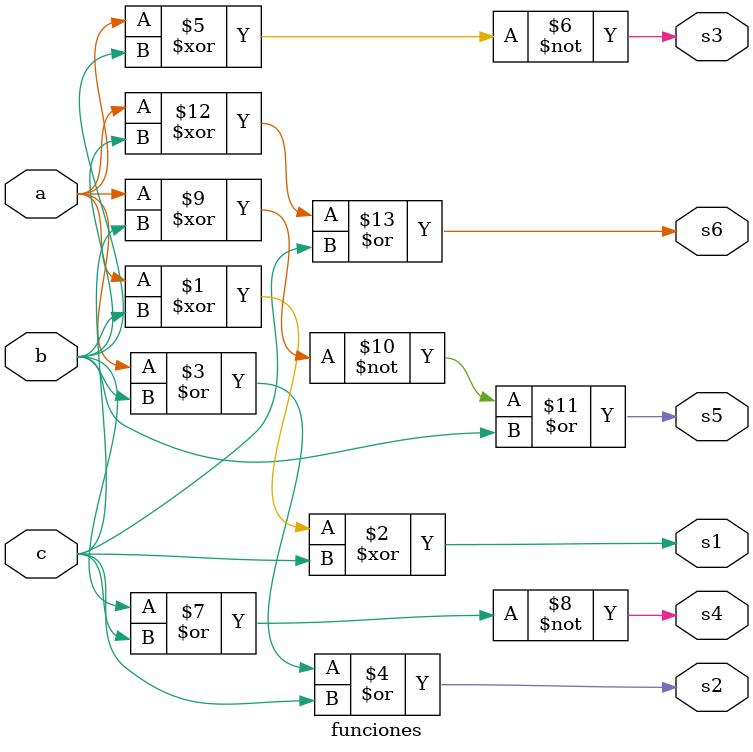
<source format=v>

module funciones (
input wire a, b, c, // Entradas a, b y c
output wire s1, // declaracion de las salidas
output wire s2,
output wire s3,
output wire s4,
output wire s5,
output wire s6
) ; // completar las otras 3 salidas
assign s1 = a ^ b ^ c; // 
assign s2 = a | b | c; // 
assign s3 = ~( a ^ b ); //  
assign s4 = ~(b | c);
assign s5 = (~(a ^ c)) | b;
assign s6 = (a ^ b) | c; 
endmodule
</source>
